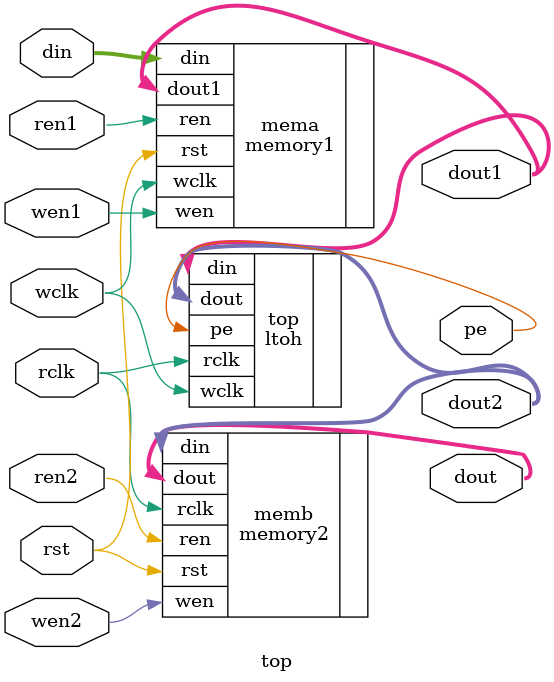
<source format=v>
`timescale 1ns / 1ps


module top#(parameter DATA_WIDTH = 32, LOC = 64, ADD_WIDTH = 4)(
input wclk,
input wen1,
input ren1,
input wen2,
input ren2,
input rclk,
input rst,
input  [DATA_WIDTH-1 :0]din,
output [DATA_WIDTH-1 :0]dout1,
output [DATA_WIDTH-1 :0]dout2,
output [DATA_WIDTH-1 :0]dout,
output pe
);

reg [DATA_WIDTH-1 :0]mem1[0:LOC-1];
reg [DATA_WIDTH-1 :0]mem2[0:LOC-1];
reg [ADD_WIDTH :0] wctr,rctr;

memory1 mema(
.ren(ren1),
.wen(wen1),
.wclk(wclk),
.din(din),
.rst(rst),
.dout1(dout1)
);

ltoh top(
.din(dout1),
.dout(dout2),
.wclk(wclk),
.rclk(rclk),
.pe(pe)
);

memory2 memb(
.ren(ren2),
.wen(wen2),
.rst(rst),
.rclk(rclk),
.din(dout2),
.dout(dout)
);

endmodule

</source>
